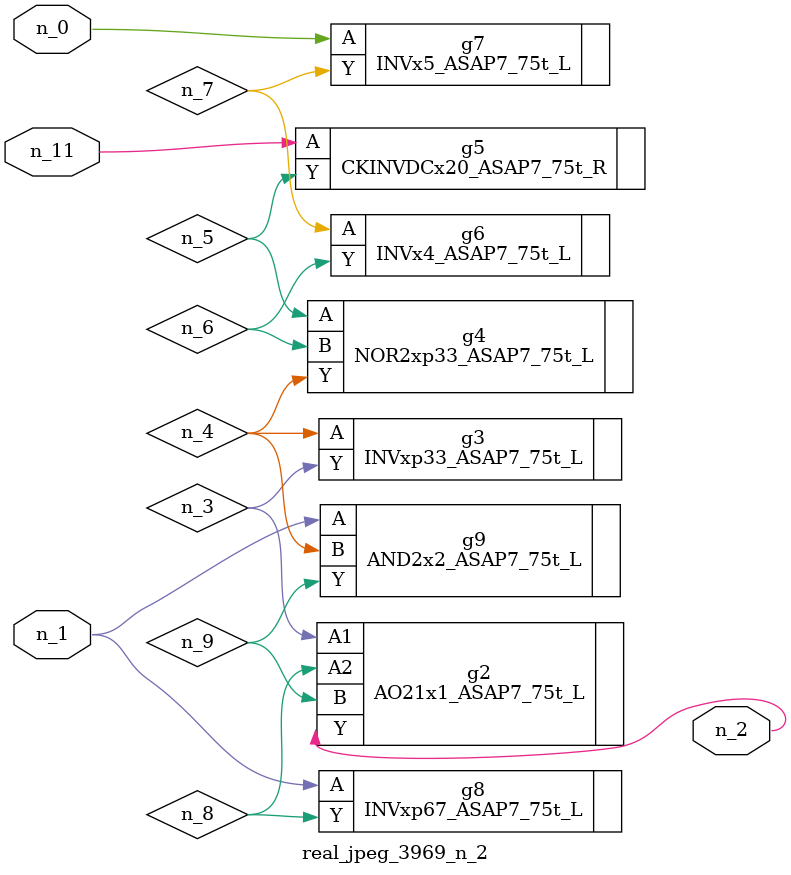
<source format=v>
module real_jpeg_3969_n_2 (n_1, n_11, n_0, n_2);

input n_1;
input n_11;
input n_0;

output n_2;

wire n_5;
wire n_8;
wire n_4;
wire n_6;
wire n_7;
wire n_3;
wire n_9;

INVx5_ASAP7_75t_L g7 ( 
.A(n_0),
.Y(n_7)
);

INVxp67_ASAP7_75t_L g8 ( 
.A(n_1),
.Y(n_8)
);

AND2x2_ASAP7_75t_L g9 ( 
.A(n_1),
.B(n_4),
.Y(n_9)
);

AO21x1_ASAP7_75t_L g2 ( 
.A1(n_3),
.A2(n_8),
.B(n_9),
.Y(n_2)
);

INVxp33_ASAP7_75t_L g3 ( 
.A(n_4),
.Y(n_3)
);

NOR2xp33_ASAP7_75t_L g4 ( 
.A(n_5),
.B(n_6),
.Y(n_4)
);

INVx4_ASAP7_75t_L g6 ( 
.A(n_7),
.Y(n_6)
);

CKINVDCx20_ASAP7_75t_R g5 ( 
.A(n_11),
.Y(n_5)
);


endmodule
</source>
